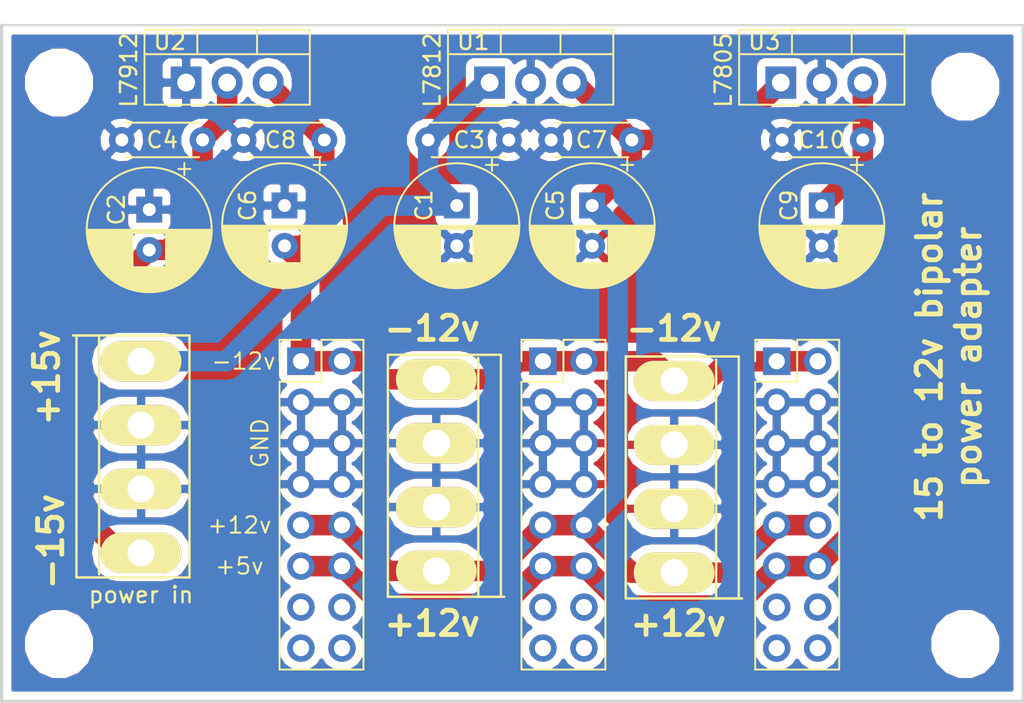
<source format=kicad_pcb>
(kicad_pcb (version 20171130) (host pcbnew 5.0.2-bee76a0~70~ubuntu18.04.1)
  (layers (0 F.Cu signal) (31 B.Cu signal) (34 B.Paste user) (35 F.Paste user) (36 B.SilkS user) (37 F.SilkS user) (38 B.Mask user) (39 F.Mask user) (44 Edge.Cuts user))
  (net 0 "")
  (net 1 +15V)
  (net 2 GND)
  (net 3 -15V)
  (net 4 +12V)
  (net 5 -12V)
  (net 6 +5V)
  (net 7 "Net-(J1-Pad16)")
  (net 8 "Net-(J1-Pad15)")
  (net 9 "Net-(J1-Pad14)")
  (net 10 "Net-(J1-Pad13)")
  (net 11 "Net-(J2-Pad13)")
  (net 12 "Net-(J2-Pad14)")
  (net 13 "Net-(J2-Pad15)")
  (net 14 "Net-(J2-Pad16)")
  (net 15 "Net-(J3-Pad13)")
  (net 16 "Net-(J3-Pad14)")
  (net 17 "Net-(J3-Pad15)")
  (net 18 "Net-(J3-Pad16)")
  (module MountingHole:MountingHole_3.2mm_M3 (layer F.Cu) (at 28.194 119.634)
    (fp_text reference REF** hide)
    (fp_text value MountingHole_3.2mm_M3 hide)
    (pad 1 np_thru_hole circle (at 0 0) (size 3.2 3.2) (drill 3.2) (layers *.Cu *.Mask))
  )
  (module MountingHole:MountingHole_3.2mm_M3 (layer F.Cu) (at 84.328 85.09)
    (fp_text reference REF** hide)
    (fp_text value MountingHole_3.2mm_M3 hide)
    (pad 1 np_thru_hole circle (at 0 0) (size 3.2 3.2) (drill 3.2) (layers *.Cu *.Mask))
  )
  (module MountingHole:MountingHole_3.2mm_M3 (layer F.Cu) (at 84.328 119.634)
    (fp_text reference REF** hide)
    (fp_text value MountingHole_3.2mm_M3 hide)
    (pad 1 np_thru_hole circle (at 0 0) (size 3.2 3.2) (drill 3.2) (layers *.Cu *.Mask))
  )
  (module Capacitor_THT:CP_Radial_D7.5mm_P2.50mm (layer F.Cu) (at 52.832 92.456 270)
    (fp_text reference C1 (at 0 2.032 270) (layer F.SilkS))
    (fp_text value CP hide)
    (pad 1 thru_hole rect (at 0 0 270) (size 1.6 1.6) (drill 0.8) (layers *.Cu *.Mask) (net 1 +15V))
    (pad 2 thru_hole circle (at 2.5 0 270) (size 1.6 1.6) (drill 0.8) (layers *.Cu *.Mask) (net 2 GND))
  )
  (module Capacitor_THT:CP_Radial_D7.5mm_P2.50mm (layer F.Cu) (at 33.782 92.71 270)
    (fp_text reference C2 (at 0 2.032 270) (layer F.SilkS))
    (fp_text value CP hide)
    (pad 2 thru_hole circle (at 2.5 0 270) (size 1.6 1.6) (drill 0.8) (layers *.Cu *.Mask) (net 3 -15V))
    (pad 1 thru_hole rect (at 0 0 270) (size 1.6 1.6) (drill 0.8) (layers *.Cu *.Mask) (net 2 GND))
  )
  (module Capacitor_THT:C_Disc_D4.3mm_W1.9mm_P5.00mm (layer F.Cu) (at 51.054 88.392)
    (fp_text reference C3 (at 2.54 0) (layer F.SilkS))
    (fp_text value C hide)
    (pad 1 thru_hole circle (at 0 0) (size 1.6 1.6) (drill 0.8) (layers *.Cu *.Mask) (net 1 +15V))
    (pad 2 thru_hole circle (at 5 0) (size 1.6 1.6) (drill 0.8) (layers *.Cu *.Mask) (net 2 GND))
  )
  (module Capacitor_THT:C_Disc_D4.3mm_W1.9mm_P5.00mm (layer F.Cu) (at 32.084 88.392)
    (fp_text reference C4 (at 2.5 0) (layer F.SilkS))
    (fp_text value C hide)
    (pad 2 thru_hole circle (at 5 0) (size 1.6 1.6) (drill 0.8) (layers *.Cu *.Mask) (net 3 -15V))
    (pad 1 thru_hole circle (at 0 0) (size 1.6 1.6) (drill 0.8) (layers *.Cu *.Mask) (net 2 GND))
  )
  (module Capacitor_THT:CP_Radial_D7.5mm_P2.50mm (layer F.Cu) (at 61.214 92.456 270)
    (fp_text reference C5 (at 0 2.286 270) (layer F.SilkS))
    (fp_text value CP)
    (pad 1 thru_hole rect (at 0 0 270) (size 1.6 1.6) (drill 0.8) (layers *.Cu *.Mask) (net 4 +12V))
    (pad 2 thru_hole circle (at 2.5 0 270) (size 1.6 1.6) (drill 0.8) (layers *.Cu *.Mask) (net 2 GND))
  )
  (module Capacitor_THT:CP_Radial_D7.5mm_P2.50mm (layer F.Cu) (at 42.164 92.456 270)
    (fp_text reference C6 (at 0 2.286 270) (layer F.SilkS))
    (fp_text value CP)
    (pad 1 thru_hole rect (at 0 0 270) (size 1.6 1.6) (drill 0.8) (layers *.Cu *.Mask) (net 2 GND))
    (pad 2 thru_hole circle (at 2.5 0 270) (size 1.6 1.6) (drill 0.8) (layers *.Cu *.Mask) (net 5 -12V))
  )
  (module Capacitor_THT:C_Disc_D4.3mm_W1.9mm_P5.00mm (layer F.Cu) (at 63.674 88.392 180)
    (fp_text reference C7 (at 2.5 0 180) (layer F.SilkS))
    (fp_text value C)
    (pad 1 thru_hole circle (at 0 0 180) (size 1.6 1.6) (drill 0.8) (layers *.Cu *.Mask) (net 4 +12V))
    (pad 2 thru_hole circle (at 5 0 180) (size 1.6 1.6) (drill 0.8) (layers *.Cu *.Mask) (net 2 GND))
  )
  (module Capacitor_THT:C_Disc_D4.3mm_W1.9mm_P5.00mm (layer F.Cu) (at 39.624 88.392)
    (fp_text reference C8 (at 2.286 0) (layer F.SilkS))
    (fp_text value C hide)
    (pad 2 thru_hole circle (at 5 0) (size 1.6 1.6) (drill 0.8) (layers *.Cu *.Mask) (net 5 -12V))
    (pad 1 thru_hole circle (at 0 0) (size 1.6 1.6) (drill 0.8) (layers *.Cu *.Mask) (net 2 GND))
  )
  (module Capacitor_THT:CP_Radial_D7.5mm_P2.50mm (layer F.Cu) (at 75.438 92.456 270)
    (fp_text reference C9 (at 0 2.032 270) (layer F.SilkS))
    (fp_text value CP)
    (pad 2 thru_hole circle (at 2.5 0 270) (size 1.6 1.6) (drill 0.8) (layers *.Cu *.Mask) (net 2 GND))
    (pad 1 thru_hole rect (at 0 0 270) (size 1.6 1.6) (drill 0.8) (layers *.Cu *.Mask) (net 6 +5V))
  )
  (module Capacitor_THT:C_Disc_D4.3mm_W1.9mm_P5.00mm (layer F.Cu) (at 77.978 88.392 180)
    (fp_text reference C10 (at 2.54 0 180) (layer F.SilkS))
    (fp_text value C)
    (pad 1 thru_hole circle (at 0 0 180) (size 1.6 1.6) (drill 0.8) (layers *.Cu *.Mask) (net 6 +5V))
    (pad 2 thru_hole circle (at 5 0 180) (size 1.6 1.6) (drill 0.8) (layers *.Cu *.Mask) (net 2 GND))
  )
  (module Connector_PinHeader_2.54mm:PinHeader_2x08_P2.54mm_Vertical (layer F.Cu) (at 43.18 102.108)
    (fp_text reference J1 hide)
    (fp_text value Conn_02x08_Odd_Even hide)
    (pad 16 thru_hole oval (at 2.54 17.78) (size 1.7 1.7) (drill 1) (layers *.Cu *.Mask) (net 7 "Net-(J1-Pad16)"))
    (pad 15 thru_hole oval (at 0 17.78) (size 1.7 1.7) (drill 1) (layers *.Cu *.Mask) (net 8 "Net-(J1-Pad15)"))
    (pad 14 thru_hole oval (at 2.54 15.24) (size 1.7 1.7) (drill 1) (layers *.Cu *.Mask) (net 9 "Net-(J1-Pad14)"))
    (pad 13 thru_hole oval (at 0 15.24) (size 1.7 1.7) (drill 1) (layers *.Cu *.Mask) (net 10 "Net-(J1-Pad13)"))
    (pad 12 thru_hole oval (at 2.54 12.7) (size 1.7 1.7) (drill 1) (layers *.Cu *.Mask) (net 6 +5V))
    (pad 11 thru_hole oval (at 0 12.7) (size 1.7 1.7) (drill 1) (layers *.Cu *.Mask) (net 6 +5V))
    (pad 10 thru_hole oval (at 2.54 10.16) (size 1.7 1.7) (drill 1) (layers *.Cu *.Mask) (net 4 +12V))
    (pad 9 thru_hole oval (at 0 10.16) (size 1.7 1.7) (drill 1) (layers *.Cu *.Mask) (net 4 +12V))
    (pad 8 thru_hole oval (at 2.54 7.62) (size 1.7 1.7) (drill 1) (layers *.Cu *.Mask) (net 2 GND))
    (pad 7 thru_hole oval (at 0 7.62) (size 1.7 1.7) (drill 1) (layers *.Cu *.Mask) (net 2 GND))
    (pad 6 thru_hole oval (at 2.54 5.08) (size 1.7 1.7) (drill 1) (layers *.Cu *.Mask) (net 2 GND))
    (pad 5 thru_hole oval (at 0 5.08) (size 1.7 1.7) (drill 1) (layers *.Cu *.Mask) (net 2 GND))
    (pad 4 thru_hole oval (at 2.54 2.54) (size 1.7 1.7) (drill 1) (layers *.Cu *.Mask) (net 2 GND))
    (pad 3 thru_hole oval (at 0 2.54) (size 1.7 1.7) (drill 1) (layers *.Cu *.Mask) (net 2 GND))
    (pad 2 thru_hole oval (at 2.54 0) (size 1.7 1.7) (drill 1) (layers *.Cu *.Mask) (net 5 -12V))
    (pad 1 thru_hole rect (at 0 0) (size 1.7 1.7) (drill 1) (layers *.Cu *.Mask) (net 5 -12V))
  )
  (module Connector_PinHeader_2.54mm:PinHeader_2x08_P2.54mm_Vertical (layer F.Cu) (at 58.166 102.108)
    (fp_text reference J2 hide)
    (fp_text value Conn_02x08_Odd_Even hide)
    (pad 1 thru_hole rect (at 0 0) (size 1.7 1.7) (drill 1) (layers *.Cu *.Mask) (net 5 -12V))
    (pad 2 thru_hole oval (at 2.54 0) (size 1.7 1.7) (drill 1) (layers *.Cu *.Mask) (net 5 -12V))
    (pad 3 thru_hole oval (at 0 2.54) (size 1.7 1.7) (drill 1) (layers *.Cu *.Mask) (net 2 GND))
    (pad 4 thru_hole oval (at 2.54 2.54) (size 1.7 1.7) (drill 1) (layers *.Cu *.Mask) (net 2 GND))
    (pad 5 thru_hole oval (at 0 5.08) (size 1.7 1.7) (drill 1) (layers *.Cu *.Mask) (net 2 GND))
    (pad 6 thru_hole oval (at 2.54 5.08) (size 1.7 1.7) (drill 1) (layers *.Cu *.Mask) (net 2 GND))
    (pad 7 thru_hole oval (at 0 7.62) (size 1.7 1.7) (drill 1) (layers *.Cu *.Mask) (net 2 GND))
    (pad 8 thru_hole oval (at 2.54 7.62) (size 1.7 1.7) (drill 1) (layers *.Cu *.Mask) (net 2 GND))
    (pad 9 thru_hole oval (at 0 10.16) (size 1.7 1.7) (drill 1) (layers *.Cu *.Mask) (net 4 +12V))
    (pad 10 thru_hole oval (at 2.54 10.16) (size 1.7 1.7) (drill 1) (layers *.Cu *.Mask) (net 4 +12V))
    (pad 11 thru_hole oval (at 0 12.7) (size 1.7 1.7) (drill 1) (layers *.Cu *.Mask) (net 6 +5V))
    (pad 12 thru_hole oval (at 2.54 12.7) (size 1.7 1.7) (drill 1) (layers *.Cu *.Mask) (net 6 +5V))
    (pad 13 thru_hole oval (at 0 15.24) (size 1.7 1.7) (drill 1) (layers *.Cu *.Mask) (net 11 "Net-(J2-Pad13)"))
    (pad 14 thru_hole oval (at 2.54 15.24) (size 1.7 1.7) (drill 1) (layers *.Cu *.Mask) (net 12 "Net-(J2-Pad14)"))
    (pad 15 thru_hole oval (at 0 17.78) (size 1.7 1.7) (drill 1) (layers *.Cu *.Mask) (net 13 "Net-(J2-Pad15)"))
    (pad 16 thru_hole oval (at 2.54 17.78) (size 1.7 1.7) (drill 1) (layers *.Cu *.Mask) (net 14 "Net-(J2-Pad16)"))
  )
  (module Connector_PinHeader_2.54mm:PinHeader_2x08_P2.54mm_Vertical (layer F.Cu) (at 72.644 102.108)
    (fp_text reference J3 hide)
    (fp_text value Conn_02x08_Odd_Even hide)
    (pad 16 thru_hole oval (at 2.54 17.78) (size 1.7 1.7) (drill 1) (layers *.Cu *.Mask) (net 18 "Net-(J3-Pad16)"))
    (pad 15 thru_hole oval (at 0 17.78) (size 1.7 1.7) (drill 1) (layers *.Cu *.Mask) (net 17 "Net-(J3-Pad15)"))
    (pad 14 thru_hole oval (at 2.54 15.24) (size 1.7 1.7) (drill 1) (layers *.Cu *.Mask) (net 16 "Net-(J3-Pad14)"))
    (pad 13 thru_hole oval (at 0 15.24) (size 1.7 1.7) (drill 1) (layers *.Cu *.Mask) (net 15 "Net-(J3-Pad13)"))
    (pad 12 thru_hole oval (at 2.54 12.7) (size 1.7 1.7) (drill 1) (layers *.Cu *.Mask) (net 6 +5V))
    (pad 11 thru_hole oval (at 0 12.7) (size 1.7 1.7) (drill 1) (layers *.Cu *.Mask) (net 6 +5V))
    (pad 10 thru_hole oval (at 2.54 10.16) (size 1.7 1.7) (drill 1) (layers *.Cu *.Mask) (net 4 +12V))
    (pad 9 thru_hole oval (at 0 10.16) (size 1.7 1.7) (drill 1) (layers *.Cu *.Mask) (net 4 +12V))
    (pad 8 thru_hole oval (at 2.54 7.62) (size 1.7 1.7) (drill 1) (layers *.Cu *.Mask) (net 2 GND))
    (pad 7 thru_hole oval (at 0 7.62) (size 1.7 1.7) (drill 1) (layers *.Cu *.Mask) (net 2 GND))
    (pad 6 thru_hole oval (at 2.54 5.08) (size 1.7 1.7) (drill 1) (layers *.Cu *.Mask) (net 2 GND))
    (pad 5 thru_hole oval (at 0 5.08) (size 1.7 1.7) (drill 1) (layers *.Cu *.Mask) (net 2 GND))
    (pad 4 thru_hole oval (at 2.54 2.54) (size 1.7 1.7) (drill 1) (layers *.Cu *.Mask) (net 2 GND))
    (pad 3 thru_hole oval (at 0 2.54) (size 1.7 1.7) (drill 1) (layers *.Cu *.Mask) (net 2 GND))
    (pad 2 thru_hole oval (at 2.54 0) (size 1.7 1.7) (drill 1) (layers *.Cu *.Mask) (net 5 -12V))
    (pad 1 thru_hole rect (at 0 0) (size 1.7 1.7) (drill 1) (layers *.Cu *.Mask) (net 5 -12V))
  )
  (module mta-156:MTA-156-4 (layer F.Cu) (at 33.274 102.108)
    (fp_text reference P1 (at 0 -5.1) (layer F.SilkS))
    (fp_text value "power in" (at 0 14.478) (layer F.SilkS))
    (pad 1 thru_hole oval (at 0 0) (size 5 2.5) (drill 1.68) (layers *.Cu *.Mask F.SilkS) (net 1 +15V))
    (pad 2 thru_hole oval (at 0 3.96) (size 5 2.5) (drill 1.68) (layers *.Cu *.Mask F.SilkS) (net 2 GND))
    (pad 3 thru_hole oval (at 0 7.92) (size 5 2.5) (drill 1.68) (layers *.Cu *.Mask F.SilkS) (net 2 GND))
    (pad 4 thru_hole oval (at 0 11.88) (size 5 2.5) (drill 1.68) (layers *.Cu *.Mask F.SilkS) (net 3 -15V))
  )
  (module mta-156:MTA-156-4 (layer F.Cu) (at 66.294 115.212 180)
    (fp_text reference P2 hide)
    (fp_text value 12 hide)
    (pad 4 thru_hole oval (at 0 11.88 180) (size 5 2.5) (drill 1.68) (layers *.Cu *.Mask F.SilkS) (net 5 -12V))
    (pad 3 thru_hole oval (at 0 7.92 180) (size 5 2.5) (drill 1.68) (layers *.Cu *.Mask F.SilkS) (net 2 GND))
    (pad 2 thru_hole oval (at 0 3.96 180) (size 5 2.5) (drill 1.68) (layers *.Cu *.Mask F.SilkS) (net 2 GND))
    (pad 1 thru_hole oval (at 0 0 180) (size 5 2.5) (drill 1.68) (layers *.Cu *.Mask F.SilkS) (net 4 +12V))
  )
  (module mta-156:MTA-156-4 (layer F.Cu) (at 51.562 115.108 180)
    (fp_text reference P3 hide)
    (fp_text value 12 hide)
    (pad 1 thru_hole oval (at 0 0 180) (size 5 2.5) (drill 1.68) (layers *.Cu *.Mask F.SilkS) (net 4 +12V))
    (pad 2 thru_hole oval (at 0 3.96 180) (size 5 2.5) (drill 1.68) (layers *.Cu *.Mask F.SilkS) (net 2 GND))
    (pad 3 thru_hole oval (at 0 7.92 180) (size 5 2.5) (drill 1.68) (layers *.Cu *.Mask F.SilkS) (net 2 GND))
    (pad 4 thru_hole oval (at 0 11.88 180) (size 5 2.5) (drill 1.68) (layers *.Cu *.Mask F.SilkS) (net 5 -12V))
  )
  (module Package_TO_SOT_THT:TO-220-3_Vertical (layer F.Cu) (at 54.864 84.836)
    (fp_text reference U1 (at -1.016 -2.54) (layer F.SilkS))
    (fp_text value L7812 (at -3.556 -0.762 90) (layer F.SilkS))
    (pad 1 thru_hole rect (at 0 0) (size 1.905 2) (drill 1.1) (layers *.Cu *.Mask) (net 1 +15V))
    (pad 2 thru_hole oval (at 2.54 0) (size 1.905 2) (drill 1.1) (layers *.Cu *.Mask) (net 2 GND))
    (pad 3 thru_hole oval (at 5.08 0) (size 1.905 2) (drill 1.1) (layers *.Cu *.Mask) (net 4 +12V))
  )
  (module Package_TO_SOT_THT:TO-220-3_Vertical (layer F.Cu) (at 36.068 84.836)
    (fp_text reference U2 (at -1.016 -2.54) (layer F.SilkS))
    (fp_text value L7912 (at -3.556 -0.762 90) (layer F.SilkS))
    (pad 3 thru_hole oval (at 5.08 0) (size 1.905 2) (drill 1.1) (layers *.Cu *.Mask) (net 5 -12V))
    (pad 2 thru_hole oval (at 2.54 0) (size 1.905 2) (drill 1.1) (layers *.Cu *.Mask) (net 3 -15V))
    (pad 1 thru_hole rect (at 0 0) (size 1.905 2) (drill 1.1) (layers *.Cu *.Mask) (net 2 GND))
  )
  (module Package_TO_SOT_THT:TO-220-3_Vertical (layer F.Cu) (at 72.898 84.836)
    (fp_text reference U3 (at -1.016 -2.54) (layer F.SilkS))
    (fp_text value L7805 (at -3.556 -0.762 90) (layer F.SilkS))
    (pad 1 thru_hole rect (at 0 0) (size 1.905 2) (drill 1.1) (layers *.Cu *.Mask) (net 4 +12V))
    (pad 2 thru_hole oval (at 2.54 0) (size 1.905 2) (drill 1.1) (layers *.Cu *.Mask) (net 2 GND))
    (pad 3 thru_hole oval (at 5.08 0) (size 1.905 2) (drill 1.1) (layers *.Cu *.Mask) (net 6 +5V))
  )
  (module MountingHole:MountingHole_3.2mm_M3 (layer F.Cu) (at 28.194 84.836)
    (fp_text reference REF** hide)
    (fp_text value MountingHole_3.2mm_M3 hide)
    (pad 1 np_thru_hole circle (at 0 0) (size 3.2 3.2) (drill 3.2) (layers *.Cu *.Mask))
  )
  (gr_text "15 to 12v bipolar\npower adapter" (at 83.312 101.854 90) (layer F.SilkS) (effects (font (size 1.5 1.5) (thickness 0.3))))
  (gr_text -15v (at 27.686 113.284 90) (layer F.SilkS) (effects (font (size 1.5 1.5) (thickness 0.3))))
  (gr_text +15v (at 27.432 103.124 90) (layer F.SilkS) (effects (font (size 1.5 1.5) (thickness 0.3))))
  (gr_text GND (at 40.64 107.188 90) (layer F.SilkS) (effects (font (size 1.016 1.016) (thickness 0.127))))
  (gr_text +5v (at 39.37 114.808) (layer F.SilkS) (effects (font (size 1.016 1.016) (thickness 0.127))))
  (gr_text +12v (at 39.37 112.268) (layer F.SilkS) (effects (font (size 1.016 1.016) (thickness 0.127))))
  (gr_text -12v (at 39.624 102.108) (layer F.SilkS) (effects (font (size 1.016 1.016) (thickness 0.127))))
  (gr_text +12v (at 66.548 118.364) (layer F.SilkS) (effects (font (size 1.5 1.5) (thickness 0.3))))
  (gr_text +12v (at 51.308 118.364) (layer F.SilkS) (effects (font (size 1.5 1.5) (thickness 0.3))))
  (gr_text -12v (at 66.294 100.076) (layer F.SilkS) (effects (font (size 1.5 1.5) (thickness 0.3))))
  (gr_text -12v (at 51.308 100.076) (layer F.SilkS) (effects (font (size 1.5 1.5) (thickness 0.3))))
  (gr_line (start 87.884 81.28) (end 24.638 81.28) (layer Edge.Cuts) (width 0.15))
  (gr_line (start 87.884 81.28) (end 87.884 123.19) (layer Edge.Cuts) (width 0.15))
  (gr_line (start 24.638 123.19) (end 87.884 123.19) (layer Edge.Cuts) (width 0.2))
  (gr_line (start 24.638 81.28) (end 24.638 123.19) (layer Edge.Cuts) (width 0.2))
  (segment (start 54.61 84.836) (end 51.054 88.392) (width 1.27) (layer B.Cu) (net 1))
  (segment (start 54.864 84.836) (end 54.61 84.836) (width 1.27) (layer B.Cu) (net 1))
  (segment (start 51.054 90.678) (end 52.832 92.456) (width 1.27) (layer B.Cu) (net 1))
  (segment (start 51.054 88.392) (end 51.054 90.678) (width 1.27) (layer B.Cu) (net 1))
  (segment (start 37.044 102.108) (end 33.274 102.108) (width 1.27) (layer B.Cu) (net 1))
  (segment (start 48.190678 92.456) (end 38.538678 102.108) (width 1.27) (layer B.Cu) (net 1))
  (segment (start 38.538678 102.108) (end 37.044 102.108) (width 1.27) (layer B.Cu) (net 1))
  (segment (start 52.832 92.456) (end 48.190678 92.456) (width 1.27) (layer B.Cu) (net 1))
  (segment (start 32.024 113.988) (end 28.194 110.158) (width 1.27) (layer F.Cu) (net 3))
  (segment (start 33.274 113.988) (end 32.024 113.988) (width 1.27) (layer F.Cu) (net 3))
  (segment (start 28.194 100.798) (end 33.782 95.21) (width 1.27) (layer F.Cu) (net 3))
  (segment (start 28.194 110.158) (end 28.194 100.798) (width 1.27) (layer F.Cu) (net 3))
  (segment (start 37.084 89.52337) (end 37.084 88.392) (width 1.27) (layer F.Cu) (net 3))
  (segment (start 37.084 93.03937) (end 37.084 89.52337) (width 1.27) (layer F.Cu) (net 3))
  (segment (start 34.91337 95.21) (end 37.084 93.03937) (width 1.27) (layer F.Cu) (net 3))
  (segment (start 33.782 95.21) (end 34.91337 95.21) (width 1.27) (layer F.Cu) (net 3))
  (segment (start 38.608 86.868) (end 37.084 88.392) (width 1.27) (layer F.Cu) (net 3))
  (segment (start 38.608 84.836) (end 38.608 86.868) (width 1.27) (layer F.Cu) (net 3))
  (segment (start 60.118 84.836) (end 63.674 88.392) (width 1.27) (layer F.Cu) (net 4))
  (segment (start 59.944 84.836) (end 60.118 84.836) (width 1.27) (layer F.Cu) (net 4))
  (segment (start 63.674 89.996) (end 61.214 92.456) (width 1.27) (layer F.Cu) (net 4))
  (segment (start 63.674 88.392) (end 63.674 89.996) (width 1.27) (layer F.Cu) (net 4))
  (segment (start 69.342 88.392) (end 72.898 84.836) (width 1.27) (layer F.Cu) (net 4))
  (segment (start 63.674 88.392) (end 69.342 88.392) (width 1.27) (layer F.Cu) (net 4))
  (segment (start 43.18 112.268) (end 45.72 112.268) (width 1.27) (layer F.Cu) (net 4))
  (segment (start 48.56 115.108) (end 51.562 115.108) (width 1.27) (layer F.Cu) (net 4))
  (segment (start 45.72 112.268) (end 48.56 115.108) (width 1.27) (layer F.Cu) (net 4))
  (segment (start 55.326 115.108) (end 58.166 112.268) (width 1.27) (layer F.Cu) (net 4))
  (segment (start 51.562 115.108) (end 55.326 115.108) (width 1.27) (layer F.Cu) (net 4))
  (segment (start 58.166 112.268) (end 60.706 112.268) (width 1.27) (layer F.Cu) (net 4))
  (segment (start 63.65 115.212) (end 66.294 115.212) (width 1.27) (layer F.Cu) (net 4))
  (segment (start 60.706 112.268) (end 63.65 115.212) (width 1.27) (layer F.Cu) (net 4))
  (segment (start 69.7 115.212) (end 72.644 112.268) (width 1.27) (layer F.Cu) (net 4))
  (segment (start 66.294 115.212) (end 69.7 115.212) (width 1.27) (layer F.Cu) (net 4))
  (segment (start 72.644 112.268) (end 75.184 112.268) (width 1.27) (layer F.Cu) (net 4))
  (segment (start 60.706 112.151354) (end 60.706 112.268) (width 1.27) (layer B.Cu) (net 4))
  (segment (start 62.801401 110.055953) (end 60.706 112.151354) (width 1.27) (layer B.Cu) (net 4))
  (segment (start 61.214 92.456) (end 62.801401 94.043401) (width 1.27) (layer B.Cu) (net 4))
  (segment (start 62.801401 94.043401) (end 62.801401 110.055953) (width 1.27) (layer B.Cu) (net 4))
  (segment (start 41.148 84.916) (end 44.624 88.392) (width 1.27) (layer F.Cu) (net 5))
  (segment (start 41.148 84.836) (end 41.148 84.916) (width 1.27) (layer F.Cu) (net 5))
  (segment (start 43.29537 94.956) (end 42.164 94.956) (width 1.27) (layer F.Cu) (net 5))
  (segment (start 44.624 93.62737) (end 43.29537 94.956) (width 1.27) (layer F.Cu) (net 5))
  (segment (start 44.624 88.392) (end 44.624 93.62737) (width 1.27) (layer F.Cu) (net 5))
  (segment (start 43.18 95.972) (end 42.164 94.956) (width 1.27) (layer F.Cu) (net 5))
  (segment (start 43.18 102.108) (end 43.18 95.972) (width 1.27) (layer F.Cu) (net 5))
  (segment (start 51.562 103.228) (end 48.364 103.228) (width 1.27) (layer F.Cu) (net 5))
  (segment (start 47.244 102.108) (end 43.18 102.108) (width 1.27) (layer F.Cu) (net 5))
  (segment (start 48.364 103.228) (end 47.244 102.108) (width 1.27) (layer F.Cu) (net 5))
  (segment (start 56.642 102.108) (end 58.166 102.108) (width 1.27) (layer F.Cu) (net 5))
  (segment (start 51.562 103.228) (end 55.522 103.228) (width 1.27) (layer F.Cu) (net 5))
  (segment (start 55.522 103.228) (end 56.642 102.108) (width 1.27) (layer F.Cu) (net 5))
  (segment (start 65.07 102.108) (end 66.294 103.332) (width 1.27) (layer F.Cu) (net 5))
  (segment (start 58.166 102.108) (end 65.07 102.108) (width 1.27) (layer F.Cu) (net 5))
  (segment (start 69.596 102.108) (end 75.184 102.108) (width 1.27) (layer F.Cu) (net 5))
  (segment (start 66.294 103.332) (end 68.372 103.332) (width 1.27) (layer F.Cu) (net 5))
  (segment (start 68.372 103.332) (end 69.596 102.108) (width 1.27) (layer F.Cu) (net 5))
  (segment (start 77.978 84.836) (end 77.978 88.392) (width 1.27) (layer F.Cu) (net 6))
  (segment (start 77.978 89.916) (end 75.438 92.456) (width 1.27) (layer F.Cu) (net 6))
  (segment (start 77.978 88.392) (end 77.978 89.916) (width 1.27) (layer F.Cu) (net 6))
  (segment (start 43.18 114.808) (end 45.72 114.808) (width 1.27) (layer F.Cu) (net 6))
  (segment (start 57.316001 115.657999) (end 58.166 114.808) (width 1.27) (layer F.Cu) (net 6))
  (segment (start 55.82859 117.14541) (end 57.316001 115.657999) (width 1.27) (layer F.Cu) (net 6))
  (segment (start 48.05741 117.14541) (end 55.82859 117.14541) (width 1.27) (layer F.Cu) (net 6))
  (segment (start 45.72 114.808) (end 48.05741 117.14541) (width 1.27) (layer F.Cu) (net 6))
  (segment (start 58.166 114.808) (end 60.706 114.808) (width 1.27) (layer F.Cu) (net 6))
  (segment (start 63.14741 117.24941) (end 70.20259 117.24941) (width 1.27) (layer F.Cu) (net 6))
  (segment (start 71.794001 115.657999) (end 72.644 114.808) (width 1.27) (layer F.Cu) (net 6))
  (segment (start 70.20259 117.24941) (end 71.794001 115.657999) (width 1.27) (layer F.Cu) (net 6))
  (segment (start 60.706 114.808) (end 63.14741 117.24941) (width 1.27) (layer F.Cu) (net 6))
  (segment (start 72.644 114.808) (end 75.184 114.808) (width 1.27) (layer F.Cu) (net 6))
  (segment (start 77.978 112.014) (end 77.978 88.392) (width 1.27) (layer F.Cu) (net 6))
  (segment (start 75.184 114.808) (end 77.978 112.014) (width 1.27) (layer F.Cu) (net 6))
  (zone (net 2) (net_name GND) (layer B.Cu) (connect_pads (clearance 0.508)) (min_thickness 0.254) (fill yes (arc_segments 16) (thermal_gap 0.508) (thermal_bridge_width 0.508))
    (polygon (pts (xy 87.884 81.28) (xy 24.638 81.28) (xy 24.638 123.19) (xy 87.884 123.19)))
  )
  (zone (net 2) (net_name GND) (layer F.Cu) (connect_pads (clearance 0.508)) (min_thickness 0.254) (fill yes (arc_segments 16) (thermal_gap 0.508) (thermal_bridge_width 0.508))
    (polygon (pts (xy 87.884 81.28) (xy 24.638 81.28) (xy 24.638 123.19) (xy 87.884 123.19)))
  )
)
</source>
